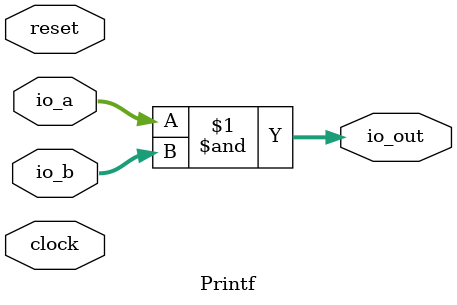
<source format=v>
module Printf(
  input        clock,
  input        reset,
  input  [1:0] io_a,
  input  [1:0] io_b,
  output [1:0] io_out
);
  assign io_out = io_a & io_b; // @[Printf.scala 13:20]
  always @(posedge clock) begin
    `ifndef SYNTHESIS
    `ifdef PRINTF_COND
      if (`PRINTF_COND) begin
    `endif
        if (~reset) begin
          $fwrite(32'h80000002,"dut: %d %d %d\n",io_a,io_b,io_out); // @[Printf.scala 14:12]
        end
    `ifdef PRINTF_COND
      end
    `endif
    `endif // SYNTHESIS
  end
endmodule

</source>
